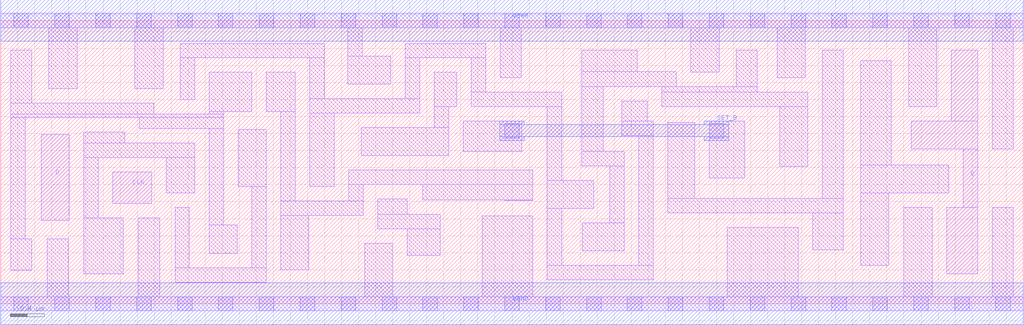
<source format=lef>
# Copyright 2020 The SkyWater PDK Authors
#
# Licensed under the Apache License, Version 2.0 (the "License");
# you may not use this file except in compliance with the License.
# You may obtain a copy of the License at
#
#     https://www.apache.org/licenses/LICENSE-2.0
#
# Unless required by applicable law or agreed to in writing, software
# distributed under the License is distributed on an "AS IS" BASIS,
# WITHOUT WARRANTIES OR CONDITIONS OF ANY KIND, either express or implied.
# See the License for the specific language governing permissions and
# limitations under the License.
#
# SPDX-License-Identifier: Apache-2.0

VERSION 5.5 ;
NAMESCASESENSITIVE ON ;
BUSBITCHARS "[]" ;
DIVIDERCHAR "/" ;
MACRO sky130_fd_sc_ls__dfstp_2
  CLASS CORE ;
  SOURCE USER ;
  ORIGIN  0.000000  0.000000 ;
  SIZE 12 BY  3.330000 ;
  SYMMETRY X Y ;
  SITE unit ;
  PIN D
    ANTENNAGATEAREA  0.126000 ;
    DIRECTION INPUT ;
    USE SIGNAL ;
    PORT
      LAYER li1 ;
        RECT 0.475000 0.980000 0.805000 1.990000 ;
    END
  END D
  PIN Q
    ANTENNADIFFAREA  0.543200 ;
    DIRECTION OUTPUT ;
    USE SIGNAL ;
    PORT
      LAYER li1 ;
        RECT 10.685000 1.820000 11.465000 2.150000 ;
        RECT 11.100000 0.350000 11.465000 1.130000 ;
        RECT 11.155000 2.150000 11.465000 2.980000 ;
        RECT 11.295000 1.130000 11.465000 1.820000 ;
    END
  END Q
  PIN SET_B
    ANTENNAPARTIALMETALSIDEAREA  1.869000 ;
    DIRECTION INPUT ;
    USE SIGNAL ;
    PORT
      LAYER met1 ;
        RECT 5.855000 1.920000 6.145000 1.965000 ;
        RECT 5.855000 1.965000 8.545000 2.105000 ;
        RECT 5.855000 2.105000 6.145000 2.150000 ;
        RECT 8.255000 1.920000 8.545000 1.965000 ;
        RECT 8.255000 2.105000 8.545000 2.150000 ;
    END
  END SET_B
  PIN CLK
    ANTENNAGATEAREA  0.279000 ;
    DIRECTION INPUT ;
    USE CLOCK ;
    PORT
      LAYER li1 ;
        RECT 1.315000 1.180000 1.775000 1.550000 ;
    END
  END CLK
  PIN VGND
    DIRECTION INOUT ;
    SHAPE ABUTMENT ;
    USE GROUND ;
    PORT
      LAYER met1 ;
        RECT 0.000000 -0.245000 12.000000 0.245000 ;
    END
  END VGND
  PIN VPWR
    DIRECTION INOUT ;
    SHAPE ABUTMENT ;
    USE POWER ;
    PORT
      LAYER met1 ;
        RECT 0.000000 3.085000 12.000000 3.575000 ;
    END
  END VPWR
  OBS
    LAYER li1 ;
      RECT  0.000000 -0.085000 12.000000 0.085000 ;
      RECT  0.000000  3.245000 12.000000 3.415000 ;
      RECT  0.115000  0.395000  0.365000 0.765000 ;
      RECT  0.115000  0.765000  0.285000 2.190000 ;
      RECT  0.115000  2.190000  2.615000 2.230000 ;
      RECT  0.115000  2.230000  1.795000 2.360000 ;
      RECT  0.115000  2.360000  0.365000 2.980000 ;
      RECT  0.545000  0.085000  0.795000 0.765000 ;
      RECT  0.565000  2.530000  0.895000 3.245000 ;
      RECT  0.975000  0.350000  1.435000 1.010000 ;
      RECT  0.975000  1.010000  1.145000 1.720000 ;
      RECT  0.975000  1.720000  2.275000 1.890000 ;
      RECT  0.975000  1.890000  1.455000 2.020000 ;
      RECT  1.575000  2.530000  1.905000 3.245000 ;
      RECT  1.615000  0.085000  1.865000 1.010000 ;
      RECT  1.625000  2.060000  2.615000 2.190000 ;
      RECT  1.945000  1.300000  2.275000 1.720000 ;
      RECT  2.045000  0.255000  3.115000 0.425000 ;
      RECT  2.045000  0.425000  2.215000 1.130000 ;
      RECT  2.105000  2.400000  2.275000 2.890000 ;
      RECT  2.105000  2.890000  3.795000 3.060000 ;
      RECT  2.445000  0.595000  2.775000 0.925000 ;
      RECT  2.445000  0.925000  2.615000 2.060000 ;
      RECT  2.445000  2.230000  2.615000 2.260000 ;
      RECT  2.445000  2.260000  2.945000 2.720000 ;
      RECT  2.785000  1.380000  3.115000 2.050000 ;
      RECT  2.945000  0.425000  3.115000 1.380000 ;
      RECT  3.115000  2.260000  3.455000 2.720000 ;
      RECT  3.285000  0.400000  3.615000 1.040000 ;
      RECT  3.285000  1.040000  4.255000 1.210000 ;
      RECT  3.285000  1.210000  3.455000 2.260000 ;
      RECT  3.625000  1.380000  3.915000 2.240000 ;
      RECT  3.625000  2.240000  4.915000 2.410000 ;
      RECT  3.625000  2.410000  3.795000 2.890000 ;
      RECT  4.070000  2.580000  4.575000 2.910000 ;
      RECT  4.070000  2.910000  4.240000 3.245000 ;
      RECT  4.085000  1.210000  4.255000 1.400000 ;
      RECT  4.085000  1.400000  6.245000 1.570000 ;
      RECT  4.230000  1.740000  5.255000 2.070000 ;
      RECT  4.270000  0.085000  4.600000 0.710000 ;
      RECT  4.425000  0.880000  5.160000 1.050000 ;
      RECT  4.425000  1.050000  4.770000 1.230000 ;
      RECT  4.745000  2.410000  4.915000 2.890000 ;
      RECT  4.745000  2.890000  5.690000 3.060000 ;
      RECT  4.770000  0.570000  5.160000 0.880000 ;
      RECT  4.950000  1.220000  6.245000 1.400000 ;
      RECT  5.085000  2.070000  5.255000 2.320000 ;
      RECT  5.085000  2.320000  5.350000 2.720000 ;
      RECT  5.425000  1.790000  6.115000 2.150000 ;
      RECT  5.520000  2.320000  6.585000 2.490000 ;
      RECT  5.520000  2.490000  5.690000 2.890000 ;
      RECT  5.650000  0.085000  6.245000 1.030000 ;
      RECT  5.860000  2.660000  6.110000 3.245000 ;
      RECT  5.915000  1.215000  6.245000 1.220000 ;
      RECT  6.415000  0.280000  7.660000 0.450000 ;
      RECT  6.415000  0.450000  6.585000 1.120000 ;
      RECT  6.415000  1.120000  6.960000 1.450000 ;
      RECT  6.415000  1.450000  6.585000 2.320000 ;
      RECT  6.820000  1.620000  7.320000 1.790000 ;
      RECT  6.820000  1.790000  7.070000 2.550000 ;
      RECT  6.820000  2.550000  7.930000 2.730000 ;
      RECT  6.820000  2.730000  7.470000 2.980000 ;
      RECT  6.825000  0.620000  7.320000 0.950000 ;
      RECT  7.150000  0.950000  7.320000 1.620000 ;
      RECT  7.290000  1.980000  7.660000 2.150000 ;
      RECT  7.290000  2.150000  7.590000 2.380000 ;
      RECT  7.490000  0.450000  7.660000 1.980000 ;
      RECT  7.760000  2.320000  9.470000 2.490000 ;
      RECT  7.760000  2.490000  8.880000 2.550000 ;
      RECT  7.830000  1.070000  9.890000 1.240000 ;
      RECT  7.830000  1.240000  8.145000 2.130000 ;
      RECT  8.100000  2.720000  8.430000 3.245000 ;
      RECT  8.315000  1.480000  8.730000 2.150000 ;
      RECT  8.525000  0.085000  9.360000 0.900000 ;
      RECT  8.630000  2.550000  8.880000 2.980000 ;
      RECT  9.110000  2.660000  9.440000 3.245000 ;
      RECT  9.140000  1.615000  9.470000 2.320000 ;
      RECT  9.530000  0.635000  9.890000 1.070000 ;
      RECT  9.640000  1.240000  9.890000 2.980000 ;
      RECT 10.090000  0.450000 10.420000 1.300000 ;
      RECT 10.090000  1.300000 11.125000 1.630000 ;
      RECT 10.090000  1.630000 10.450000 2.860000 ;
      RECT 10.600000  0.085000 10.930000 1.130000 ;
      RECT 10.655000  2.320000 10.985000 3.245000 ;
      RECT 11.635000  0.085000 11.885000 1.130000 ;
      RECT 11.635000  1.820000 11.885000 3.245000 ;
    LAYER mcon ;
      RECT  0.155000 -0.085000  0.325000 0.085000 ;
      RECT  0.155000  3.245000  0.325000 3.415000 ;
      RECT  0.635000 -0.085000  0.805000 0.085000 ;
      RECT  0.635000  3.245000  0.805000 3.415000 ;
      RECT  1.115000 -0.085000  1.285000 0.085000 ;
      RECT  1.115000  3.245000  1.285000 3.415000 ;
      RECT  1.595000 -0.085000  1.765000 0.085000 ;
      RECT  1.595000  3.245000  1.765000 3.415000 ;
      RECT  2.075000 -0.085000  2.245000 0.085000 ;
      RECT  2.075000  3.245000  2.245000 3.415000 ;
      RECT  2.555000 -0.085000  2.725000 0.085000 ;
      RECT  2.555000  3.245000  2.725000 3.415000 ;
      RECT  3.035000 -0.085000  3.205000 0.085000 ;
      RECT  3.035000  3.245000  3.205000 3.415000 ;
      RECT  3.515000 -0.085000  3.685000 0.085000 ;
      RECT  3.515000  3.245000  3.685000 3.415000 ;
      RECT  3.995000 -0.085000  4.165000 0.085000 ;
      RECT  3.995000  3.245000  4.165000 3.415000 ;
      RECT  4.475000 -0.085000  4.645000 0.085000 ;
      RECT  4.475000  3.245000  4.645000 3.415000 ;
      RECT  4.955000 -0.085000  5.125000 0.085000 ;
      RECT  4.955000  3.245000  5.125000 3.415000 ;
      RECT  5.435000 -0.085000  5.605000 0.085000 ;
      RECT  5.435000  3.245000  5.605000 3.415000 ;
      RECT  5.915000 -0.085000  6.085000 0.085000 ;
      RECT  5.915000  1.950000  6.085000 2.120000 ;
      RECT  5.915000  3.245000  6.085000 3.415000 ;
      RECT  6.395000 -0.085000  6.565000 0.085000 ;
      RECT  6.395000  3.245000  6.565000 3.415000 ;
      RECT  6.875000 -0.085000  7.045000 0.085000 ;
      RECT  6.875000  3.245000  7.045000 3.415000 ;
      RECT  7.355000 -0.085000  7.525000 0.085000 ;
      RECT  7.355000  3.245000  7.525000 3.415000 ;
      RECT  7.835000 -0.085000  8.005000 0.085000 ;
      RECT  7.835000  3.245000  8.005000 3.415000 ;
      RECT  8.315000 -0.085000  8.485000 0.085000 ;
      RECT  8.315000  1.950000  8.485000 2.120000 ;
      RECT  8.315000  3.245000  8.485000 3.415000 ;
      RECT  8.795000 -0.085000  8.965000 0.085000 ;
      RECT  8.795000  3.245000  8.965000 3.415000 ;
      RECT  9.275000 -0.085000  9.445000 0.085000 ;
      RECT  9.275000  3.245000  9.445000 3.415000 ;
      RECT  9.755000 -0.085000  9.925000 0.085000 ;
      RECT  9.755000  3.245000  9.925000 3.415000 ;
      RECT 10.235000 -0.085000 10.405000 0.085000 ;
      RECT 10.235000  3.245000 10.405000 3.415000 ;
      RECT 10.715000 -0.085000 10.885000 0.085000 ;
      RECT 10.715000  3.245000 10.885000 3.415000 ;
      RECT 11.195000 -0.085000 11.365000 0.085000 ;
      RECT 11.195000  3.245000 11.365000 3.415000 ;
      RECT 11.675000 -0.085000 11.845000 0.085000 ;
      RECT 11.675000  3.245000 11.845000 3.415000 ;
  END
END sky130_fd_sc_ls__dfstp_2

</source>
